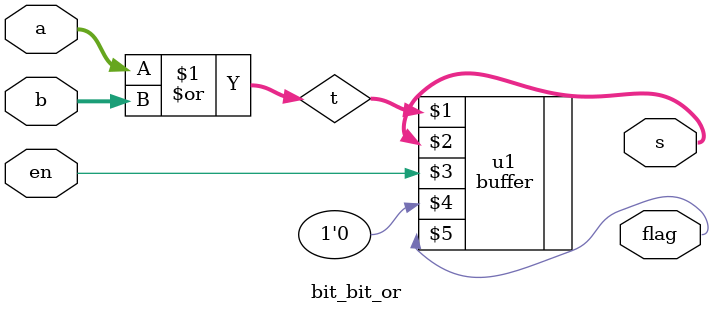
<source format=v>
module bit_bit_or (a, b, s, en, flag);
    input [7:0] a, b;
    input en;
    output [7:0] s;
    wire [7:0] t;
    output flag;

    assign t = a | b;

    buffer u1(t, s, en, 1'b0, flag);
endmodule
</source>
